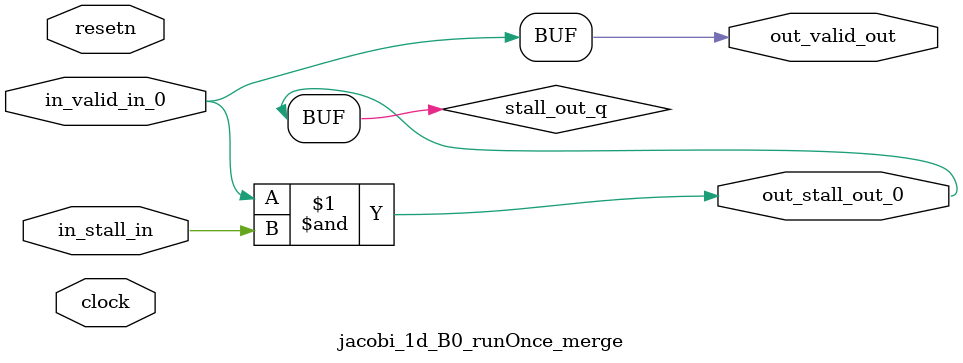
<source format=sv>



(* altera_attribute = "-name AUTO_SHIFT_REGISTER_RECOGNITION OFF; -name MESSAGE_DISABLE 10036; -name MESSAGE_DISABLE 10037; -name MESSAGE_DISABLE 14130; -name MESSAGE_DISABLE 14320; -name MESSAGE_DISABLE 15400; -name MESSAGE_DISABLE 14130; -name MESSAGE_DISABLE 10036; -name MESSAGE_DISABLE 12020; -name MESSAGE_DISABLE 12030; -name MESSAGE_DISABLE 12010; -name MESSAGE_DISABLE 12110; -name MESSAGE_DISABLE 14320; -name MESSAGE_DISABLE 13410; -name MESSAGE_DISABLE 113007; -name MESSAGE_DISABLE 10958" *)
module jacobi_1d_B0_runOnce_merge (
    input wire [0:0] in_stall_in,
    input wire [0:0] in_valid_in_0,
    output wire [0:0] out_stall_out_0,
    output wire [0:0] out_valid_out,
    input wire clock,
    input wire resetn
    );

    wire [0:0] stall_out_q;


    // stall_out(LOGICAL,6)
    assign stall_out_q = in_valid_in_0 & in_stall_in;

    // out_stall_out_0(GPOUT,4)
    assign out_stall_out_0 = stall_out_q;

    // out_valid_out(GPOUT,5)
    assign out_valid_out = in_valid_in_0;

endmodule

</source>
